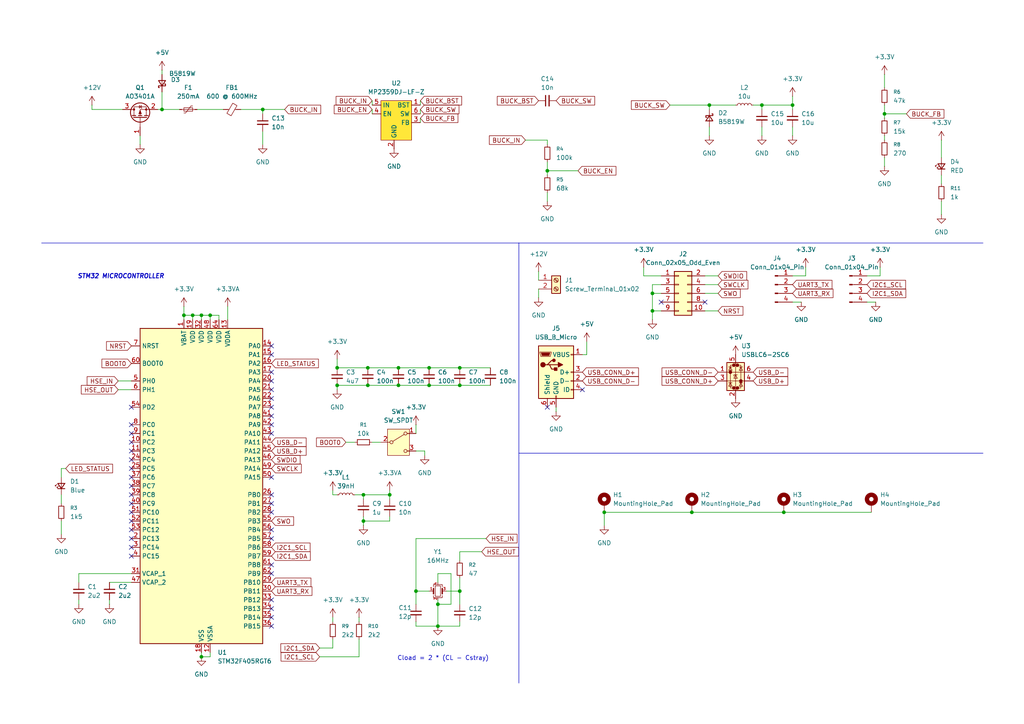
<source format=kicad_sch>
(kicad_sch (version 20250114) (generator "eeschema") (generator_version "9.0")
  (paper "A4")
  (title_block (title "STM32F4 TEST BOARD") (date "2025-08-29") (rev "v1.0"))
  (lib_symbols
    (symbol "Abrar_Lib:MP2359DJ-LF-Z"
      (property "Reference" "U" (at 0 0 0))
      (symbol "MP2359DJ-LF-Z_1_1"
        (pin input line (at -6.35 -2.54 0) (length 2.54) (name "IN") (number "5"))
        (pin input line (at -6.35 -5.08 0) (length 2.54) (name "EN") (number "4"))
        (pin input line (at 0 -15.24 90) (length 2.54) (name "GND") (number "2"))
        (pin input line (at 7.62 -2.54 180) (length 2.54) (name "BST") (number "1"))
        (pin input line (at 7.62 -5.08 180) (length 2.54) (name "SW") (number "6"))
        (pin input line (at 7.62 -7.62 180) (length 2.54) (name "FB") (number "3"))
      )
    )
    (symbol "Connector:Conn_01x04_Pin" (pin_names (offset 1.016) (hide yes))
      (property "Reference" "J" (at 0 5.08 0))
      (property "Value" "Conn_01x04_Pin" (at 0 -7.62 0))
      (symbol "Conn_01x04_Pin_1_1"
        (pin passive line (at 5.08 2.54 180) (length 3.81) (name "Pin_1") (number "1"))
        (pin passive line (at 5.08 0 180) (length 3.81) (name "Pin_2") (number "2"))
        (pin passive line (at 5.08 -2.54 180) (length 3.81) (name "Pin_3") (number "3"))
        (pin passive line (at 5.08 -5.08 180) (length 3.81) (name "Pin_4") (number "4"))
      )
    )
    (symbol "Connector:Screw_Terminal_01x02" (pin_names (offset 1.016) (hide yes))
      (property "Reference" "J" (at 0 2.54 0))
      (property "Value" "Screw_Terminal_01x02" (at 0 -5.08 0))
      (symbol "Screw_Terminal_01x02_1_1"
        (pin passive line (at -5.08 0 0) (length 3.81) (name "Pin_1") (number "1"))
        (pin passive line (at -5.08 -2.54 0) (length 3.81) (name "Pin_2") (number "2"))
      )
    )
    (symbol "Connector:USB_B_Micro" (pin_names (offset 1.016))
      (property "Reference" "J" (at -5.08 11.43 0))
      (property "Value" "USB_B_Micro" (at -5.08 8.89 0))
      (symbol "USB_B_Micro_1_1"
        (pin passive line (at -2.54 -10.16 90) (length 2.54) (name "Shield") (number "6"))
        (pin power_out line (at 0 -10.16 90) (length 2.54) (name "GND") (number "5"))
        (pin power_out line (at 7.62 5.08 180) (length 2.54) (name "VBUS") (number "1"))
        (pin bidirectional line (at 7.62 0 180) (length 2.54) (name "D+") (number "3"))
        (pin bidirectional line (at 7.62 -2.54 180) (length 2.54) (name "D-") (number "2"))
        (pin passive line (at 7.62 -5.08 180) (length 2.54) (name "ID") (number "4"))
      )
    )
    (symbol "Connector_Generic:Conn_02x05_Odd_Even" (pin_names (offset 1.016) (hide yes))
      (property "Reference" "J" (at 1.27 7.62 0))
      (property "Value" "Conn_02x05_Odd_Even" (at 1.27 -7.62 0))
      (symbol "Conn_02x05_Odd_Even_1_1"
        (pin passive line (at -5.08 5.08 0) (length 3.81) (name "Pin_1") (number "1"))
        (pin passive line (at -5.08 2.54 0) (length 3.81) (name "Pin_3") (number "3"))
        (pin passive line (at -5.08 0 0) (length 3.81) (name "Pin_5") (number "5"))
        (pin passive line (at -5.08 -2.54 0) (length 3.81) (name "Pin_7") (number "7"))
        (pin passive line (at -5.08 -5.08 0) (length 3.81) (name "Pin_9") (number "9"))
        (pin passive line (at 7.62 5.08 180) (length 3.81) (name "Pin_2") (number "2"))
        (pin passive line (at 7.62 2.54 180) (length 3.81) (name "Pin_4") (number "4"))
        (pin passive line (at 7.62 0 180) (length 3.81) (name "Pin_6") (number "6"))
        (pin passive line (at 7.62 -2.54 180) (length 3.81) (name "Pin_8") (number "8"))
        (pin passive line (at 7.62 -5.08 180) (length 3.81) (name "Pin_10") (number "10"))
      )
    )
    (symbol "Device:C_Small" (pin_numbers (hide yes)) (pin_names (offset 0.254) (hide yes))
      (property "Reference" "C" (at 0.254 1.778 0))
      (property "Value" "C_Small" (at 0.254 -2.032 0))
      (symbol "C_Small_1_1"
        (pin passive line (at 0 2.54 270) (length 2.032) (name "~") (number "1"))
        (pin passive line (at 0 -2.54 90) (length 2.032) (name "~") (number "2"))
      )
    )
    (symbol "Device:Crystal_GND24_Small" (pin_names (offset 1.016) (hide yes))
      (property "Reference" "Y" (at 1.27 4.445 0))
      (property "Value" "Crystal_GND24_Small" (at 1.27 2.54 0))
      (symbol "Crystal_GND24_Small_1_1"
        (pin passive line (at -2.54 0 0) (length 1.27) (name "1") (number "1"))
        (pin passive line (at 0 2.54 270) (length 0.635) (name "4") (number "4"))
        (pin passive line (at 0 -2.54 90) (length 0.635) (name "2") (number "2"))
        (pin passive line (at 2.54 0 180) (length 1.27) (name "3") (number "3"))
      )
    )
    (symbol "Device:D_Schottky_Small" (pin_numbers (hide yes)) (pin_names (offset 0.254) (hide yes))
      (property "Reference" "D" (at -1.27 2.032 0))
      (property "Value" "D_Schottky_Small" (at -7.112 -2.032 0))
      (symbol "D_Schottky_Small_1_1"
        (pin passive line (at -2.54 0 0) (length 1.778) (name "K") (number "1"))
        (pin passive line (at 2.54 0 180) (length 1.778) (name "A") (number "2"))
      )
    )
    (symbol "Device:FerriteBead_Small" (pin_numbers (hide yes)) (pin_names (offset 0))
      (property "Reference" "FB" (at 1.905 1.27 0))
      (property "Value" "FerriteBead_Small" (at 1.905 -1.27 0))
      (symbol "FerriteBead_Small_1_1"
        (pin passive line (at 0 2.54 270) (length 1.27) (name "~") (number "1"))
        (pin passive line (at 0 -2.54 90) (length 1.27) (name "~") (number "2"))
      )
    )
    (symbol "Device:LED_Small" (pin_numbers (hide yes)) (pin_names (offset 0.254) (hide yes))
      (property "Reference" "D" (at -1.27 3.175 0))
      (property "Value" "LED_Small" (at -4.445 -2.54 0))
      (symbol "LED_Small_1_1"
        (pin passive line (at -2.54 0 0) (length 1.778) (name "K") (number "1"))
        (pin passive line (at 2.54 0 180) (length 1.778) (name "A") (number "2"))
      )
    )
    (symbol "Device:L_Small" (pin_numbers (hide yes)) (pin_names (offset 0.254) (hide yes))
      (property "Reference" "L" (at 0.762 1.016 0))
      (property "Value" "L_Small" (at 0.762 -1.016 0))
      (symbol "L_Small_1_1"
        (pin passive line (at 0 2.54 270) (length 0.508) (name "~") (number "1"))
        (pin passive line (at 0 -2.54 90) (length 0.508) (name "~") (number "2"))
      )
    )
    (symbol "Device:Polyfuse_Small" (pin_numbers (hide yes)) (pin_names (offset 0))
      (property "Reference" "F" (at -1.905 0 90))
      (property "Value" "Polyfuse_Small" (at 1.905 0 90))
      (symbol "Polyfuse_Small_1_1"
        (pin passive line (at 0 2.54 270) (length 0.635) (name "~") (number "1"))
        (pin passive line (at 0 -2.54 90) (length 0.635) (name "~") (number "2"))
      )
    )
    (symbol "Device:R_Small" (pin_numbers (hide yes)) (pin_names (offset 0.254) (hide yes))
      (property "Reference" "R" (at 0 0 90))
      (property "Value" "R_Small" (at 1.778 0 90))
      (symbol "R_Small_1_1"
        (pin passive line (at 0 2.54 270) (length 0.762) (name "~") (number "1"))
        (pin passive line (at 0 -2.54 90) (length 0.762) (name "~") (number "2"))
      )
    )
    (symbol "MCU_ST_STM32F4:STM32F405RGTx"
      (property "Reference" "U" (at -17.78 46.99 0))
      (property "Value" "STM32F405RGTx" (at 10.16 46.99 0))
      (symbol "STM32F405RGTx_1_1"
        (pin input line (at -20.32 40.64 0) (length 2.54) (name "NRST") (number "7"))
        (pin input line (at -20.32 35.56 0) (length 2.54) (name "BOOT0") (number "60"))
        (pin bidirectional line (at -20.32 30.48 0) (length 2.54) (name "PH0") (number "5"))
        (pin bidirectional line (at -20.32 27.94 0) (length 2.54) (name "PH1") (number "6"))
        (pin bidirectional line (at -20.32 22.86 0) (length 2.54) (name "PD2") (number "54"))
        (pin bidirectional line (at -20.32 17.78 0) (length 2.54) (name "PC0") (number "8"))
        (pin bidirectional line (at -20.32 15.24 0) (length 2.54) (name "PC1") (number "9"))
        (pin bidirectional line (at -20.32 12.7 0) (length 2.54) (name "PC2") (number "10"))
        (pin bidirectional line (at -20.32 10.16 0) (length 2.54) (name "PC3") (number "11"))
        (pin bidirectional line (at -20.32 7.62 0) (length 2.54) (name "PC4") (number "24"))
        (pin bidirectional line (at -20.32 5.08 0) (length 2.54) (name "PC5") (number "25"))
        (pin bidirectional line (at -20.32 2.54 0) (length 2.54) (name "PC6") (number "37"))
        (pin bidirectional line (at -20.32 0 0) (length 2.54) (name "PC7") (number "38"))
        (pin bidirectional line (at -20.32 -2.54 0) (length 2.54) (name "PC8") (number "39"))
        (pin bidirectional line (at -20.32 -5.08 0) (length 2.54) (name "PC9") (number "40"))
        (pin bidirectional line (at -20.32 -7.62 0) (length 2.54) (name "PC10") (number "51"))
        (pin bidirectional line (at -20.32 -10.16 0) (length 2.54) (name "PC11") (number "52"))
        (pin bidirectional line (at -20.32 -12.7 0) (length 2.54) (name "PC12") (number "53"))
        (pin bidirectional line (at -20.32 -15.24 0) (length 2.54) (name "PC13") (number "2"))
        (pin bidirectional line (at -20.32 -17.78 0) (length 2.54) (name "PC14") (number "3"))
        (pin bidirectional line (at -20.32 -20.32 0) (length 2.54) (name "PC15") (number "4"))
        (pin power_out line (at -20.32 -25.4 0) (length 2.54) (name "VCAP_1") (number "31"))
        (pin power_out line (at -20.32 -27.94 0) (length 2.54) (name "VCAP_2") (number "47"))
        (pin power_in line (at -5.08 48.26 270) (length 2.54) (name "VBAT") (number "1"))
        (pin power_in line (at -2.54 48.26 270) (length 2.54) (name "VDD") (number "19"))
        (pin power_in line (at 0 48.26 270) (length 2.54) (name "VDD") (number "32"))
        (pin power_in line (at 0 -48.26 90) (length 2.54) (name "VSS") (number "18"))
        (pin passive line (at 0 -48.26 90) (length 2.54) (hide yes) (name "VSS") (number "63"))
        (pin power_in line (at 2.54 48.26 270) (length 2.54) (name "VDD") (number "48"))
        (pin power_in line (at 2.54 -48.26 90) (length 2.54) (name "VSSA") (number "12"))
        (pin power_in line (at 5.08 48.26 270) (length 2.54) (name "VDD") (number "64"))
        (pin power_in line (at 7.62 48.26 270) (length 2.54) (name "VDDA") (number "13"))
        (pin bidirectional line (at 20.32 40.64 180) (length 2.54) (name "PA0") (number "14"))
        (pin bidirectional line (at 20.32 38.1 180) (length 2.54) (name "PA1") (number "15"))
        (pin bidirectional line (at 20.32 35.56 180) (length 2.54) (name "PA2") (number "16"))
        (pin bidirectional line (at 20.32 33.02 180) (length 2.54) (name "PA3") (number "17"))
        (pin bidirectional line (at 20.32 30.48 180) (length 2.54) (name "PA4") (number "20"))
        (pin bidirectional line (at 20.32 27.94 180) (length 2.54) (name "PA5") (number "21"))
        (pin bidirectional line (at 20.32 25.4 180) (length 2.54) (name "PA6") (number "22"))
        (pin bidirectional line (at 20.32 22.86 180) (length 2.54) (name "PA7") (number "23"))
        (pin bidirectional line (at 20.32 20.32 180) (length 2.54) (name "PA8") (number "41"))
        (pin bidirectional line (at 20.32 17.78 180) (length 2.54) (name "PA9") (number "42"))
        (pin bidirectional line (at 20.32 15.24 180) (length 2.54) (name "PA10") (number "43"))
        (pin bidirectional line (at 20.32 12.7 180) (length 2.54) (name "PA11") (number "44"))
        (pin bidirectional line (at 20.32 10.16 180) (length 2.54) (name "PA12") (number "45"))
        (pin bidirectional line (at 20.32 7.62 180) (length 2.54) (name "PA13") (number "46"))
        (pin bidirectional line (at 20.32 5.08 180) (length 2.54) (name "PA14") (number "49"))
        (pin bidirectional line (at 20.32 2.54 180) (length 2.54) (name "PA15") (number "50"))
        (pin bidirectional line (at 20.32 -2.54 180) (length 2.54) (name "PB0") (number "26"))
        (pin bidirectional line (at 20.32 -5.08 180) (length 2.54) (name "PB1") (number "27"))
        (pin bidirectional line (at 20.32 -7.62 180) (length 2.54) (name "PB2") (number "28"))
        (pin bidirectional line (at 20.32 -10.16 180) (length 2.54) (name "PB3") (number "55"))
        (pin bidirectional line (at 20.32 -12.7 180) (length 2.54) (name "PB4") (number "56"))
        (pin bidirectional line (at 20.32 -15.24 180) (length 2.54) (name "PB5") (number "57"))
        (pin bidirectional line (at 20.32 -17.78 180) (length 2.54) (name "PB6") (number "58"))
        (pin bidirectional line (at 20.32 -20.32 180) (length 2.54) (name "PB7") (number "59"))
        (pin bidirectional line (at 20.32 -22.86 180) (length 2.54) (name "PB8") (number "61"))
        (pin bidirectional line (at 20.32 -25.4 180) (length 2.54) (name "PB9") (number "62"))
        (pin bidirectional line (at 20.32 -27.94 180) (length 2.54) (name "PB10") (number "29"))
        (pin bidirectional line (at 20.32 -30.48 180) (length 2.54) (name "PB11") (number "30"))
        (pin bidirectional line (at 20.32 -33.02 180) (length 2.54) (name "PB12") (number "33"))
        (pin bidirectional line (at 20.32 -35.56 180) (length 2.54) (name "PB13") (number "34"))
        (pin bidirectional line (at 20.32 -38.1 180) (length 2.54) (name "PB14") (number "35"))
        (pin bidirectional line (at 20.32 -40.64 180) (length 2.54) (name "PB15") (number "36"))
      )
    )
    (symbol "Mechanical:MountingHole_Pad" (pin_numbers (hide yes)) (pin_names (offset 1.016) (hide yes)) (in_bom no)
      (property "Reference" "H" (at 0 6.35 0))
      (property "Value" "MountingHole_Pad" (at 0 4.445 0))
      (symbol "MountingHole_Pad_1_1"
        (pin input line (at 0 -2.54 90) (length 2.54) (name "1") (number "1"))
      )
    )
    (symbol "Power_Protection:USBLC6-2SC6" (pin_names (hide yes))
      (property "Reference" "U" (at 0.635 5.715 0))
      (property "Value" "USBLC6-2SC6" (at 0.635 3.81 0))
      (symbol "USBLC6-2SC6_1_1"
        (pin passive line (at -5.08 0 0) (length 2.54) (name "I/O1") (number "1"))
        (pin passive line (at -5.08 -2.54 0) (length 2.54) (name "I/O2") (number "3"))
        (pin passive line (at 0 5.08 270) (length 2.54) (name "VBUS") (number "5"))
        (pin passive line (at 0 -7.62 90) (length 2.54) (name "GND") (number "2"))
        (pin passive line (at 5.08 0 180) (length 2.54) (name "I/O1") (number "6"))
        (pin passive line (at 5.08 -2.54 180) (length 2.54) (name "I/O2") (number "4"))
      )
    )
    (symbol "Switch:SW_SPDT" (pin_names (offset 0) (hide yes))
      (property "Reference" "SW" (at 0 5.08 0))
      (property "Value" "SW_SPDT" (at 0 -5.08 0))
      (symbol "SW_SPDT_1_1"
        (pin passive line (at -5.08 0 0) (length 2.54) (name "B") (number "2"))
        (pin passive line (at 5.08 2.54 180) (length 2.54) (name "A") (number "1"))
        (pin passive line (at 5.08 -2.54 180) (length 2.54) (name "C") (number "3"))
      )
    )
    (symbol "Transistor_FET:AO3401A" (pin_names (hide yes))
      (property "Reference" "Q" (at 5.08 1.905 0))
      (property "Value" "AO3401A" (at 5.08 0 0))
      (symbol "AO3401A_1_1"
        (pin input line (at -5.08 0 0) (length 2.54) (name "G") (number "1"))
        (pin passive line (at 2.54 5.08 270) (length 2.54) (name "D") (number "3"))
        (pin passive line (at 2.54 -5.08 90) (length 2.54) (name "S") (number "2"))
      )
    )
    (symbol "power:+12V" (power) (pin_numbers (hide yes)) (pin_names (offset 0) (hide yes))
      (property "Value" "+12V" (at 0 3.556 0))
      (symbol "+12V_1_1"
        (pin power_in line (at 0 0 90) (length 0) (name "~") (number "1"))
      )
    )
    (symbol "power:+3.3V" (power) (pin_numbers (hide yes)) (pin_names (offset 0) (hide yes))
      (property "Value" "+3.3V" (at 0 3.556 0))
      (symbol "+3.3V_1_1"
        (pin power_in line (at 0 0 90) (length 0) (name "~") (number "1"))
      )
    )
    (symbol "power:+3.3VA" (power) (pin_numbers (hide yes)) (pin_names (offset 0) (hide yes))
      (property "Value" "+3.3VA" (at 0 3.556 0))
      (symbol "+3.3VA_1_1"
        (pin power_in line (at 0 0 90) (length 0) (name "~") (number "1"))
      )
    )
    (symbol "power:+5V" (power) (pin_numbers (hide yes)) (pin_names (offset 0) (hide yes))
      (property "Value" "+5V" (at 0 3.556 0))
      (symbol "+5V_1_1"
        (pin power_in line (at 0 0 90) (length 0) (name "~") (number "1"))
      )
    )
    (symbol "power:GND" (power) (pin_numbers (hide yes)) (pin_names (offset 0) (hide yes))
      (property "Value" "GND" (at 0 -3.81 0))
      (symbol "GND_1_1"
        (pin power_in line (at 0 0 270) (length 0) (name "~") (number "1"))
      )
    )
  )
  (text "STM32 MICROCONTROLLER" (at 35.052 80.264 0) (effects (font (size 1.27 1.27) (thickness 0.254) (bold yes) (italic yes))))
  (text "Cload = 2 * (CL - Cstray)\n " (at 128.524 192.024 0) (effects (font (size 1.27 1.27))))
  (junction (at 205.74 30.48))
  (junction (at 60.96 91.44))
  (junction (at 55.88 91.44))
  (junction (at 53.34 91.44))
  (junction (at 124.46 106.68))
  (junction (at 106.68 111.76))
  (junction (at 115.57 111.76))
  (junction (at 113.03 143.51))
  (junction (at 227.33 148.59))
  (junction (at 127 175.26))
  (junction (at 97.79 111.76))
  (junction (at 46.99 31.75))
  (junction (at 127 181.61))
  (junction (at 58.42 91.44))
  (junction (at 220.98 30.48))
  (junction (at 256.54 33.02))
  (junction (at 124.46 111.76))
  (junction (at 97.79 106.68))
  (junction (at 175.26 148.59))
  (junction (at 189.23 90.17))
  (junction (at 106.68 106.68))
  (junction (at 229.87 30.48))
  (junction (at 76.2 31.75))
  (junction (at 105.41 151.13))
  (junction (at 133.35 106.68))
  (junction (at 133.35 171.45))
  (junction (at 105.41 143.51))
  (junction (at 120.65 171.45))
  (junction (at 189.23 85.09))
  (junction (at 133.35 111.76))
  (junction (at 58.42 190.5))
  (junction (at 115.57 106.68))
  (junction (at 200.66 148.59))
  (junction (at 158.75 49.53))
  (no_connect (at 78.74 102.87))
  (no_connect (at 38.1 161.29))
  (no_connect (at 78.74 123.19))
  (no_connect (at 38.1 151.13))
  (no_connect (at 78.74 173.99))
  (no_connect (at 38.1 140.97))
  (no_connect (at 78.74 146.05))
  (no_connect (at 78.74 125.73))
  (no_connect (at 78.74 166.37))
  (no_connect (at 78.74 107.95))
  (no_connect (at 78.74 138.43))
  (no_connect (at 38.1 153.67))
  (no_connect (at 204.47 87.63))
  (no_connect (at 38.1 148.59))
  (no_connect (at 78.74 156.21))
  (no_connect (at 78.74 153.67))
  (no_connect (at 38.1 125.73))
  (no_connect (at 78.74 120.65))
  (no_connect (at 78.74 143.51))
  (no_connect (at 78.74 179.07))
  (no_connect (at 38.1 143.51))
  (no_connect (at 38.1 146.05))
  (no_connect (at 78.74 100.33))
  (no_connect (at 38.1 138.43))
  (no_connect (at 38.1 118.11))
  (no_connect (at 168.91 113.03))
  (no_connect (at 38.1 158.75))
  (no_connect (at 38.1 130.81))
  (no_connect (at 38.1 123.19))
  (no_connect (at 78.74 118.11))
  (no_connect (at 38.1 133.35))
  (no_connect (at 38.1 135.89))
  (no_connect (at 191.77 87.63))
  (no_connect (at 78.74 163.83))
  (no_connect (at 38.1 128.27))
  (no_connect (at 38.1 156.21))
  (no_connect (at 78.74 176.53))
  (no_connect (at 78.74 115.57))
  (no_connect (at 158.75 118.11))
  (no_connect (at 78.74 181.61))
  (no_connect (at 78.74 110.49))
  (no_connect (at 78.74 113.03))
  (no_connect (at 78.74 148.59))
  (wire (pts (xy 17.78 146.05) (xy 17.78 143.51)))
  (wire (pts (xy 76.2 41.91) (xy 76.2 38.1)))
  (wire (pts (xy 69.85 31.75) (xy 76.2 31.75)))
  (wire (pts (xy 256.54 30.48) (xy 256.54 33.02)))
  (wire (pts (xy 124.46 111.76) (xy 115.57 111.76)))
  (wire (pts (xy 100.33 128.27) (xy 102.87 128.27)))
  (wire (pts (xy 256.54 48.26) (xy 256.54 45.72)))
  (wire (pts (xy 232.41 87.63) (xy 229.87 87.63)))
  (wire (pts (xy 113.03 142.24) (xy 113.03 143.51)))
  (wire (pts (xy 92.71 187.96) (xy 96.52 187.96)))
  (wire (pts (xy 208.28 90.17) (xy 204.47 90.17)))
  (wire (pts (xy 26.67 31.75) (xy 35.56 31.75)))
  (wire (pts (xy 273.05 62.23) (xy 273.05 58.42)))
  (wire (pts (xy 158.75 58.42) (xy 158.75 55.88)))
  (polyline (pts (xy 150.495 70.485) (xy 285.115 70.485)))
  (wire (pts (xy 191.77 90.17) (xy 189.23 90.17)))
  (wire (pts (xy 38.1 166.37) (xy 22.86 166.37)))
  (wire (pts (xy 161.29 119.38) (xy 161.29 118.11)))
  (wire (pts (xy 19.05 135.89) (xy 17.78 135.89)))
  (wire (pts (xy 255.27 77.47) (xy 255.27 80.01)))
  (wire (pts (xy 121.92 33.02) (xy 121.92 31.75)))
  (wire (pts (xy 66.04 88.9) (xy 66.04 92.71)))
  (wire (pts (xy 229.87 27.94) (xy 229.87 30.48)))
  (wire (pts (xy 158.75 46.99) (xy 158.75 49.53)))
  (wire (pts (xy 34.29 110.49) (xy 38.1 110.49)))
  (wire (pts (xy 273.05 40.64) (xy 273.05 45.72)))
  (wire (pts (xy 46.99 21.59) (xy 46.99 20.32)))
  (wire (pts (xy 96.52 187.96) (xy 96.52 185.42)))
  (wire (pts (xy 26.67 30.48) (xy 26.67 31.75)))
  (wire (pts (xy 64.77 31.75) (xy 57.15 31.75)))
  (wire (pts (xy 175.26 152.4) (xy 175.26 148.59)))
  (wire (pts (xy 102.87 143.51) (xy 105.41 143.51)))
  (wire (pts (xy 130.81 166.37) (xy 130.81 175.26)))
  (wire (pts (xy 120.65 125.73) (xy 120.65 123.19)))
  (wire (pts (xy 189.23 82.55) (xy 191.77 82.55)))
  (wire (pts (xy 97.79 113.03) (xy 97.79 111.76)))
  (wire (pts (xy 140.97 156.21) (xy 120.65 156.21)))
  (wire (pts (xy 104.14 190.5) (xy 104.14 185.42)))
  (wire (pts (xy 204.47 80.01) (xy 208.28 80.01)))
  (wire (pts (xy 92.71 190.5) (xy 104.14 190.5)))
  (wire (pts (xy 115.57 111.76) (xy 106.68 111.76)))
  (wire (pts (xy 17.78 154.94) (xy 17.78 151.13)))
  (wire (pts (xy 175.26 148.59) (xy 200.66 148.59)))
  (wire (pts (xy 262.89 33.02) (xy 256.54 33.02)))
  (wire (pts (xy 96.52 180.34) (xy 96.52 179.07)))
  (wire (pts (xy 200.66 148.59) (xy 227.33 148.59)))
  (wire (pts (xy 191.77 85.09) (xy 189.23 85.09)))
  (wire (pts (xy 170.18 102.87) (xy 168.91 102.87)))
  (wire (pts (xy 124.46 106.68) (xy 115.57 106.68)))
  (wire (pts (xy 63.5 92.71) (xy 63.5 91.44)))
  (wire (pts (xy 186.69 80.01) (xy 186.69 77.47)))
  (wire (pts (xy 22.86 166.37) (xy 22.86 168.91)))
  (wire (pts (xy 105.41 151.13) (xy 105.41 149.86)))
  (wire (pts (xy 120.65 180.34) (xy 120.65 181.61)))
  (wire (pts (xy 38.1 168.91) (xy 31.75 168.91)))
  (wire (pts (xy 229.87 31.75) (xy 229.87 30.48)))
  (wire (pts (xy 208.28 82.55) (xy 204.47 82.55)))
  (wire (pts (xy 120.65 171.45) (xy 124.46 171.45)))
  (wire (pts (xy 17.78 135.89) (xy 17.78 138.43)))
  (wire (pts (xy 55.88 92.71) (xy 55.88 91.44)))
  (wire (pts (xy 156.21 86.36) (xy 156.21 83.82)))
  (wire (pts (xy 58.42 91.44) (xy 55.88 91.44)))
  (wire (pts (xy 76.2 33.02) (xy 76.2 31.75)))
  (wire (pts (xy 115.57 106.68) (xy 106.68 106.68)))
  (wire (pts (xy 227.33 148.59) (xy 252.73 148.59)))
  (wire (pts (xy 120.65 156.21) (xy 120.65 171.45)))
  (wire (pts (xy 123.19 130.81) (xy 123.19 132.08)))
  (wire (pts (xy 133.35 171.45) (xy 133.35 175.26)))
  (wire (pts (xy 205.74 30.48) (xy 205.74 31.75)))
  (wire (pts (xy 113.03 149.86) (xy 113.03 151.13)))
  (wire (pts (xy 256.54 33.02) (xy 256.54 34.29)))
  (wire (pts (xy 233.68 80.01) (xy 229.87 80.01)))
  (wire (pts (xy 46.99 31.75) (xy 46.99 26.67)))
  (wire (pts (xy 107.95 33.02) (xy 107.95 31.75)))
  (wire (pts (xy 133.35 111.76) (xy 124.46 111.76)))
  (wire (pts (xy 158.75 41.91) (xy 158.75 40.64)))
  (wire (pts (xy 273.05 53.34) (xy 273.05 50.8)))
  (wire (pts (xy 189.23 90.17) (xy 189.23 85.09)))
  (wire (pts (xy 194.31 30.48) (xy 205.74 30.48)))
  (wire (pts (xy 76.2 31.75) (xy 82.55 31.75)))
  (wire (pts (xy 191.77 80.01) (xy 186.69 80.01)))
  (wire (pts (xy 229.87 30.48) (xy 220.98 30.48)))
  (wire (pts (xy 121.92 30.48) (xy 121.92 29.21)))
  (wire (pts (xy 156.21 81.28) (xy 156.21 78.74)))
  (wire (pts (xy 133.35 106.68) (xy 124.46 106.68)))
  (wire (pts (xy 46.99 31.75) (xy 45.72 31.75)))
  (wire (pts (xy 60.96 91.44) (xy 58.42 91.44)))
  (wire (pts (xy 129.54 171.45) (xy 133.35 171.45)))
  (wire (pts (xy 104.14 180.34) (xy 104.14 179.07)))
  (wire (pts (xy 121.92 35.56) (xy 121.92 34.29)))
  (wire (pts (xy 53.34 92.71) (xy 53.34 91.44)))
  (wire (pts (xy 107.95 128.27) (xy 110.49 128.27)))
  (wire (pts (xy 113.03 144.78) (xy 113.03 143.51)))
  (wire (pts (xy 60.96 190.5) (xy 58.42 190.5)))
  (wire (pts (xy 189.23 85.09) (xy 189.23 82.55)))
  (wire (pts (xy 105.41 144.78) (xy 105.41 143.51)))
  (wire (pts (xy 220.98 39.37) (xy 220.98 36.83)))
  (wire (pts (xy 256.54 40.64) (xy 256.54 39.37)))
  (wire (pts (xy 133.35 162.56) (xy 133.35 160.02)))
  (wire (pts (xy 63.5 91.44) (xy 60.96 91.44)))
  (wire (pts (xy 52.07 31.75) (xy 46.99 31.75)))
  (wire (pts (xy 40.64 41.91) (xy 40.64 39.37)))
  (wire (pts (xy 105.41 152.4) (xy 105.41 151.13)))
  (wire (pts (xy 170.18 99.06) (xy 170.18 102.87)))
  (wire (pts (xy 96.52 142.24) (xy 96.52 143.51)))
  (wire (pts (xy 113.03 151.13) (xy 105.41 151.13)))
  (wire (pts (xy 133.35 160.02) (xy 139.7 160.02)))
  (wire (pts (xy 133.35 167.64) (xy 133.35 171.45)))
  (wire (pts (xy 189.23 92.71) (xy 189.23 90.17)))
  (wire (pts (xy 53.34 88.9) (xy 53.34 91.44)))
  (wire (pts (xy 127 166.37) (xy 130.81 166.37)))
  (wire (pts (xy 213.36 30.48) (xy 205.74 30.48)))
  (wire (pts (xy 120.65 130.81) (xy 123.19 130.81)))
  (wire (pts (xy 127 168.91) (xy 127 166.37)))
  (wire (pts (xy 34.29 113.03) (xy 38.1 113.03)))
  (polyline (pts (xy 150.495 70.485) (xy 150.495 198.12)))
  (polyline (pts (xy 150.495 131.445) (xy 285.115 131.445)))
  (wire (pts (xy 220.98 31.75) (xy 220.98 30.48)))
  (wire (pts (xy 255.27 80.01) (xy 251.46 80.01)))
  (wire (pts (xy 55.88 91.44) (xy 53.34 91.44)))
  (wire (pts (xy 22.86 175.26) (xy 22.86 173.99)))
  (wire (pts (xy 97.79 104.14) (xy 97.79 106.68)))
  (wire (pts (xy 205.74 39.37) (xy 205.74 36.83)))
  (wire (pts (xy 158.75 49.53) (xy 158.75 50.8)))
  (wire (pts (xy 229.87 39.37) (xy 229.87 36.83)))
  (wire (pts (xy 142.24 106.68) (xy 133.35 106.68)))
  (wire (pts (xy 142.24 111.76) (xy 133.35 111.76)))
  (wire (pts (xy 106.68 106.68) (xy 97.79 106.68)))
  (wire (pts (xy 60.96 189.23) (xy 60.96 190.5)))
  (wire (pts (xy 120.65 181.61) (xy 127 181.61)))
  (wire (pts (xy 167.64 49.53) (xy 158.75 49.53)))
  (wire (pts (xy 158.75 40.64) (xy 152.4 40.64)))
  (wire (pts (xy 106.68 111.76) (xy 97.79 111.76)))
  (wire (pts (xy 133.35 180.34) (xy 133.35 181.61)))
  (wire (pts (xy 254 87.63) (xy 251.46 87.63)))
  (wire (pts (xy 120.65 175.26) (xy 120.65 171.45)))
  (wire (pts (xy 127 173.99) (xy 127 175.26)))
  (wire (pts (xy 127 181.61) (xy 133.35 181.61)))
  (wire (pts (xy 58.42 92.71) (xy 58.42 91.44)))
  (wire (pts (xy 107.95 30.48) (xy 107.95 29.21)))
  (wire (pts (xy 58.42 190.5) (xy 58.42 189.23)))
  (wire (pts (xy 113.03 143.51) (xy 105.41 143.51)))
  (wire (pts (xy 127 175.26) (xy 127 181.61)))
  (wire (pts (xy 130.81 175.26) (xy 127 175.26)))
  (wire (pts (xy 96.52 143.51) (xy 97.79 143.51)))
  (wire (pts (xy 31.75 175.26) (xy 31.75 173.99)))
  (wire (pts (xy 60.96 92.71) (xy 60.96 91.44)))
  (wire (pts (xy 233.68 77.47) (xy 233.68 80.01)))
  (wire (pts (xy 208.28 85.09) (xy 204.47 85.09)))
  (wire (pts (xy 220.98 30.48) (xy 218.44 30.48)))
  (polyline (pts (xy 12.065 70.485) (xy 150.495 70.485)))
  (wire (pts (xy 256.54 25.4) (xy 256.54 21.59)))
  (global_label "USB_CONN_D-" (shape input) (at 168.91 110.49 0) (property "Intersheetrefs" "${INTERSHEET_REFS}" (effects (hide yes))))
  (global_label "BUCK_EN" (shape input) (at 107.95 31.75 180) (property "Intersheetrefs" "${INTERSHEET_REFS}" (effects (hide yes))))
  (global_label "I2C1_SDA" (shape input) (at 251.46 85.09 0) (property "Intersheetrefs" "${INTERSHEET_REFS}" (effects (hide yes))))
  (global_label "USB_CONN_D+" (shape input) (at 168.91 107.95 0) (property "Intersheetrefs" "${INTERSHEET_REFS}" (effects (hide yes))))
  (global_label "NRST" (shape input) (at 38.1 100.33 180) (property "Intersheetrefs" "${INTERSHEET_REFS}" (effects (hide yes))))
  (global_label "BUCK_IN" (shape input) (at 107.95 29.21 180) (property "Intersheetrefs" "${INTERSHEET_REFS}" (effects (hide yes))))
  (global_label "USB_CONN_D+" (shape input) (at 208.28 110.49 180) (property "Intersheetrefs" "${INTERSHEET_REFS}" (effects (hide yes))))
  (global_label "BUCK_FB" (shape input) (at 262.89 33.02 0) (property "Intersheetrefs" "${INTERSHEET_REFS}" (effects (hide yes))))
  (global_label "I2C1_SCL" (shape input) (at 251.46 82.55 0) (property "Intersheetrefs" "${INTERSHEET_REFS}" (effects (hide yes))))
  (global_label "HSE_OUT" (shape input) (at 139.7 160.02 0) (property "Intersheetrefs" "${INTERSHEET_REFS}" (effects (hide yes))))
  (global_label "USB_D-" (shape input) (at 218.44 107.95 0) (property "Intersheetrefs" "${INTERSHEET_REFS}" (effects (hide yes))))
  (global_label "USB_D+" (shape input) (at 218.44 110.49 0) (property "Intersheetrefs" "${INTERSHEET_REFS}" (effects (hide yes))))
  (global_label "SWDIO" (shape input) (at 78.74 133.35 0) (property "Intersheetrefs" "${INTERSHEET_REFS}" (effects (hide yes))))
  (global_label "UART3_RX" (shape input) (at 229.87 85.09 0) (property "Intersheetrefs" "${INTERSHEET_REFS}" (effects (hide yes))))
  (global_label "I2C1_SCL" (shape input) (at 92.71 190.5 180) (property "Intersheetrefs" "${INTERSHEET_REFS}" (effects (hide yes))))
  (global_label "UART3_TX" (shape input) (at 78.74 168.91 0) (property "Intersheetrefs" "${INTERSHEET_REFS}" (effects (hide yes))))
  (global_label "UART3_RX" (shape input) (at 78.74 171.45 0) (property "Intersheetrefs" "${INTERSHEET_REFS}" (effects (hide yes))))
  (global_label "HSE_IN" (shape input) (at 34.29 110.49 180) (property "Intersheetrefs" "${INTERSHEET_REFS}" (effects (hide yes))))
  (global_label "BUCK_SW" (shape input) (at 194.31 30.48 180) (property "Intersheetrefs" "${INTERSHEET_REFS}" (effects (hide yes))))
  (global_label "BOOT0" (shape input) (at 100.33 128.27 180) (property "Intersheetrefs" "${INTERSHEET_REFS}" (effects (hide yes))))
  (global_label "BUCK_EN" (shape input) (at 167.64 49.53 0) (property "Intersheetrefs" "${INTERSHEET_REFS}" (effects (hide yes))))
  (global_label "I2C1_SCL" (shape input) (at 78.74 158.75 0) (property "Intersheetrefs" "${INTERSHEET_REFS}" (effects (hide yes))))
  (global_label "BUCK_BST" (shape input) (at 156.21 29.21 180) (property "Intersheetrefs" "${INTERSHEET_REFS}" (effects (hide yes))))
  (global_label "I2C1_SDA" (shape input) (at 78.74 161.29 0) (property "Intersheetrefs" "${INTERSHEET_REFS}" (effects (hide yes))))
  (global_label "SWCLK" (shape input) (at 208.28 82.55 0) (property "Intersheetrefs" "${INTERSHEET_REFS}" (effects (hide yes))))
  (global_label "SWO" (shape input) (at 208.28 85.09 0) (property "Intersheetrefs" "${INTERSHEET_REFS}" (effects (hide yes))))
  (global_label "UART3_TX" (shape input) (at 229.87 82.55 0) (property "Intersheetrefs" "${INTERSHEET_REFS}" (effects (hide yes))))
  (global_label "LED_STATUS" (shape input) (at 78.74 105.41 0) (property "Intersheetrefs" "${INTERSHEET_REFS}" (effects (hide yes))))
  (global_label "BUCK_FB" (shape input) (at 121.92 34.29 0) (property "Intersheetrefs" "${INTERSHEET_REFS}" (effects (hide yes))))
  (global_label "USB_D+" (shape input) (at 78.74 130.81 0) (property "Intersheetrefs" "${INTERSHEET_REFS}" (effects (hide yes))))
  (global_label "SWO" (shape input) (at 78.74 151.13 0) (property "Intersheetrefs" "${INTERSHEET_REFS}" (effects (hide yes))))
  (global_label "USB_CONN_D-" (shape input) (at 208.28 107.95 180) (property "Intersheetrefs" "${INTERSHEET_REFS}" (effects (hide yes))))
  (global_label "BUCK_SW" (shape input) (at 161.29 29.21 0) (property "Intersheetrefs" "${INTERSHEET_REFS}" (effects (hide yes))))
  (global_label "SWDIO" (shape input) (at 208.28 80.01 0) (property "Intersheetrefs" "${INTERSHEET_REFS}" (effects (hide yes))))
  (global_label "BUCK_BST" (shape input) (at 121.92 29.21 0) (property "Intersheetrefs" "${INTERSHEET_REFS}" (effects (hide yes))))
  (global_label "BUCK_SW" (shape input) (at 121.92 31.75 0) (property "Intersheetrefs" "${INTERSHEET_REFS}" (effects (hide yes))))
  (global_label "BOOT0" (shape input) (at 38.1 105.41 180) (property "Intersheetrefs" "${INTERSHEET_REFS}" (effects (hide yes))))
  (global_label "HSE_IN" (shape input) (at 140.97 156.21 0) (property "Intersheetrefs" "${INTERSHEET_REFS}" (effects (hide yes))))
  (global_label "I2C1_SDA" (shape input) (at 92.71 187.96 180) (property "Intersheetrefs" "${INTERSHEET_REFS}" (effects (hide yes))))
  (global_label "SWCLK" (shape input) (at 78.74 135.89 0) (property "Intersheetrefs" "${INTERSHEET_REFS}" (effects (hide yes))))
  (global_label "BUCK_IN" (shape input) (at 152.4 40.64 180) (property "Intersheetrefs" "${INTERSHEET_REFS}" (effects (hide yes))))
  (global_label "HSE_OUT" (shape input) (at 34.29 113.03 180) (property "Intersheetrefs" "${INTERSHEET_REFS}" (effects (hide yes))))
  (global_label "NRST" (shape input) (at 208.28 90.17 0) (property "Intersheetrefs" "${INTERSHEET_REFS}" (effects (hide yes))))
  (global_label "LED_STATUS" (shape input) (at 19.05 135.89 0) (property "Intersheetrefs" "${INTERSHEET_REFS}" (effects (hide yes))))
  (global_label "USB_D-" (shape input) (at 78.74 128.27 0) (property "Intersheetrefs" "${INTERSHEET_REFS}" (effects (hide yes))))
  (global_label "BUCK_IN" (shape input) (at 82.55 31.75 0) (property "Intersheetrefs" "${INTERSHEET_REFS}" (effects (hide yes))))
  (symbol (lib_id "Device:R_Small") (at 96.52 182.88 0) (unit 1)
    (property "Reference" "R9" (at 99.06 181.6099 0) (effects (font (size 1.016 1.016)) (justify left)))
    (property "Value" "2k2" (at 99.06 184.1499 0) (effects (justify left)))
    (property "Footprint" "Resistor_SMD:R_0402_1005Metric" (effects (hide yes)))
    (property "Description" "Resistor, small symbol" (effects (hide yes)))
  )
  (symbol (lib_id "Device:C_Small") (at 133.35 177.8 0) (unit 1)
    (property "Reference" "C12" (at 135.89 176.5362 0) (effects (justify left)))
    (property "Value" "12p" (at 135.89 179.0762 0) (effects (justify left)))
    (property "Footprint" "Capacitor_SMD:C_0402_1005Metric" (effects (hide yes)))
    (property "Description" "Unpolarized capacitor, small symbol" (effects (hide yes)))
  )
  (symbol (lib_id "Device:C_Small") (at 133.35 109.22 0) (unit 1)
    (property "Reference" "C7" (at 135.89 107.9562 0) (effects (justify left)))
    (property "Value" "100n" (at 135.89 110.4962 0) (effects (justify left)))
    (property "Footprint" "Capacitor_SMD:C_0402_1005Metric" (effects (hide yes)))
    (property "Description" "Unpolarized capacitor, small symbol" (effects (hide yes)))
  )
  (symbol (lib_id "Device:C_Small") (at 106.68 109.22 0) (unit 1)
    (property "Reference" "C4" (at 109.22 107.9562 0) (effects (justify left)))
    (property "Value" "100n" (at 109.22 110.4962 0) (effects (justify left)))
    (property "Footprint" "Capacitor_SMD:C_0402_1005Metric" (effects (hide yes)))
    (property "Description" "Unpolarized capacitor, small symbol" (effects (hide yes)))
  )
  (symbol (lib_id "Device:R_Small") (at 133.35 165.1 0) (unit 1)
    (property "Reference" "R2" (at 135.89 163.8299 0) (effects (font (size 1.016 1.016)) (justify left)))
    (property "Value" "47" (at 135.89 166.3699 0) (effects (justify left)))
    (property "Footprint" "Resistor_SMD:R_0402_1005Metric" (effects (hide yes)))
    (property "Description" "Resistor, small symbol" (effects (hide yes)))
  )
  (symbol (lib_id "Device:LED_Small") (at 273.05 48.26 90) (unit 1)
    (property "Reference" "D4" (at 275.59 46.9264 90) (effects (justify right)))
    (property "Value" "RED" (at 275.59 49.4664 90) (effects (justify right)))
    (property "Footprint" "LED_SMD:LED_0603_1608Metric" (effects (hide yes)))
    (property "Description" "Light emitting diode, small symbol" (effects (hide yes)))
    (property "Sim.Pin" "1=K 2=A" (effects (hide yes)))
  )
  (symbol (lib_id "Device:C_Small") (at 31.75 171.45 0) (unit 1)
    (property "Reference" "C2" (at 34.29 170.1862 0) (effects (justify left)))
    (property "Value" "2u2" (at 34.29 172.7262 0) (effects (justify left)))
    (property "Footprint" "Capacitor_SMD:C_0603_1608Metric" (effects (hide yes)))
    (property "Description" "Unpolarized capacitor, small symbol" (effects (hide yes)))
  )
  (symbol (lib_id "Device:R_Small") (at 256.54 43.18 0) (unit 1)
    (property "Reference" "R8" (at 259.08 41.9099 0) (effects (font (size 1.016 1.016)) (justify left)))
    (property "Value" "270" (at 259.08 44.4499 0) (effects (justify left)))
    (property "Footprint" "Resistor_SMD:R_0402_1005Metric" (effects (hide yes)))
    (property "Description" "Resistor, small symbol" (effects (hide yes)))
  )
  (symbol (lib_id "Device:C_Small") (at 124.46 109.22 0) (unit 1)
    (property "Reference" "C6" (at 127 107.9562 0) (effects (justify left)))
    (property "Value" "100n" (at 127 110.4962 0) (effects (justify left)))
    (property "Footprint" "Capacitor_SMD:C_0402_1005Metric" (effects (hide yes)))
    (property "Description" "Unpolarized capacitor, small symbol" (effects (hide yes)))
  )
  (symbol (lib_id "Device:D_Schottky_Small") (at 46.99 24.13 90) (unit 1)
    (property "Reference" "D3" (at 49.53 23.1139 90) (effects (justify right)))
    (property "Value" "B5819W" (at 49.022 21.336 90) (effects (justify right)))
    (property "Footprint" "Diode_SMD:D_SOD-123" (effects (hide yes)))
    (property "Description" "Schottky diode, small symbol" (effects (hide yes)))
  )
  (symbol (lib_id "Device:R_Small") (at 158.75 44.45 0) (unit 1)
    (property "Reference" "R4" (at 161.29 43.1799 0) (effects (font (size 1.016 1.016)) (justify left)))
    (property "Value" "100k" (at 161.29 45.7199 0) (effects (justify left)))
    (property "Footprint" "Resistor_SMD:R_0402_1005Metric" (effects (hide yes)))
    (property "Description" "Resistor, small symbol" (effects (hide yes)))
  )
  (symbol (lib_id "Mechanical:MountingHole_Pad") (at 227.33 146.05 0) (unit 1) (in_bom no)
    (property "Reference" "H3" (at 229.87 143.5099 0) (effects (justify left)))
    (property "Value" "MountingHole_Pad" (at 229.87 146.0499 0) (effects (justify left)))
    (property "Footprint" "MountingHole:MountingHole_4.3mm_M4_Pad_Via" (effects (hide yes)))
    (property "Description" "Mounting Hole with connection" (effects (hide yes)))
  )
  (symbol (lib_id "Device:C_Small") (at 220.98 34.29 0) (unit 1)
    (property "Reference" "C15" (at 223.52 33.0262 0) (effects (justify left)))
    (property "Value" "10u" (at 223.52 35.5662 0) (effects (justify left)))
    (property "Footprint" "Capacitor_SMD:C_1206_3216Metric" (effects (hide yes)))
    (property "Description" "Unpolarized capacitor, small symbol" (effects (hide yes)))
  )
  (symbol (lib_id "Device:Polyfuse_Small") (at 54.61 31.75 90) (unit 1)
    (property "Reference" "F1" (at 54.61 25.4 90))
    (property "Value" "250mA" (at 54.61 27.94 90))
    (property "Footprint" "Fuse:Fuse_1206_3216Metric" (effects (hide yes)))
    (property "Description" "Resettable fuse, polymeric positive temperature coefficient, small symbol" (effects (hide yes)))
  )
  (symbol (lib_id "Device:C_Small") (at 97.79 109.22 0) (unit 1)
    (property "Reference" "C3" (at 100.33 107.9562 0) (effects (justify left)))
    (property "Value" "4u7" (at 100.33 110.4962 0) (effects (justify left)))
    (property "Footprint" "Capacitor_SMD:C_0603_1608Metric" (effects (hide yes)))
    (property "Description" "Unpolarized capacitor, small symbol" (effects (hide yes)))
  )
  (symbol (lib_id "power:+3.3VA") (at 66.04 88.9 0) (unit 1)
    (property "Reference" "#PWR03" (effects (hide yes)))
    (property "Value" "+3.3VA" (at 66.04 83.82 0))
    (property "Description" "Power symbol creates a global label with name \"+3.3VA\"" (effects (hide yes)))
  )
  (symbol (lib_id "power:+3.3V") (at 96.52 142.24 0) (unit 1)
    (property "Reference" "#PWR010" (effects (hide yes)))
    (property "Value" "+3.3V" (at 96.52 137.16 0))
    (property "Description" "Power symbol creates a global label with name \"+3.3V\"" (effects (hide yes)))
  )
  (symbol (lib_id "power:+12V") (at 156.21 78.74 0) (unit 1)
    (property "Reference" "#PWR027" (effects (hide yes)))
    (property "Value" "+12V" (at 156.21 73.66 0))
    (property "Description" "Power symbol creates a global label with name \"+12V\"" (effects (hide yes)))
  )
  (symbol (lib_id "power:+3.3V") (at 186.69 77.47 0) (unit 1)
    (property "Reference" "#PWR029" (effects (hide yes)))
    (property "Value" "+3.3V" (at 186.69 72.39 0))
    (property "Description" "Power symbol creates a global label with name \"+3.3V\"" (effects (hide yes)))
  )
  (symbol (lib_id "power:GND") (at 220.98 39.37 0) (unit 1)
    (property "Reference" "#PWR021" (effects (hide yes)))
    (property "Value" "GND" (at 220.98 44.45 0))
    (property "Description" "Power symbol creates a global label with name \"GND\" , ground" (effects (hide yes)))
  )
  (symbol (lib_id "power:GND") (at 232.41 87.63 0) (unit 1)
    (property "Reference" "#PWR034" (effects (hide yes)))
    (property "Value" "GND" (at 232.41 92.71 0))
    (property "Description" "Power symbol creates a global label with name \"GND\" , ground" (effects (hide yes)))
  )
  (symbol (lib_id "Transistor_FET:AO3401A") (at 40.64 34.29 90) (unit 1)
    (property "Reference" "Q1" (at 40.64 25.4 90))
    (property "Value" "AO3401A" (at 40.64 27.94 90))
    (property "Footprint" "Package_TO_SOT_SMD:SOT-23" (effects (hide yes)))
    (property "Datasheet" "http://www.aosmd.com/pdfs/datasheet/AO3401A.pdf" (effects (hide yes)))
    (property "Description" "-4.0A Id, -30V Vds, P-Channel MOSFET, SOT-23" (effects (hide yes)))
  )
  (symbol (lib_id "Device:C_Small") (at 158.75 29.21 90) (unit 1)
    (property "Reference" "C14" (at 158.7563 22.86 90))
    (property "Value" "10n" (at 158.7563 25.4 90))
    (property "Footprint" "Capacitor_SMD:C_0603_1608Metric" (effects (hide yes)))
    (property "Description" "Unpolarized capacitor, small symbol" (effects (hide yes)))
  )
  (symbol (lib_id "Device:L_Small") (at 215.9 30.48 90) (unit 1)
    (property "Reference" "L2" (at 215.9 25.4 90))
    (property "Value" "10u" (at 215.9 27.94 90))
    (property "Footprint" "Inductor_SMD:L_Sunlord_SWPA8040S" (effects (hide yes)))
    (property "Description" "Inductor, small symbol" (effects (hide yes)))
  )
  (symbol (lib_id "power:GND") (at 40.64 41.91 0) (unit 1)
    (property "Reference" "#PWR017" (effects (hide yes)))
    (property "Value" "GND" (at 40.64 46.99 0))
    (property "Description" "Power symbol creates a global label with name \"GND\" , ground" (effects (hide yes)))
  )
  (symbol (lib_id "Mechanical:MountingHole_Pad") (at 252.73 146.05 0) (unit 1) (in_bom no)
    (property "Reference" "H4" (at 255.27 143.5099 0) (effects (justify left)))
    (property "Value" "MountingHole_Pad" (at 255.27 146.0499 0) (effects (justify left)))
    (property "Footprint" "MountingHole:MountingHole_4.3mm_M4_Pad_Via" (effects (hide yes)))
    (property "Description" "Mounting Hole with connection" (effects (hide yes)))
  )
  (symbol (lib_id "Device:R_Small") (at 17.78 148.59 180) (unit 1)
    (property "Reference" "R3" (at 20.32 147.3199 0) (effects (font (size 1.016 1.016)) (justify right)))
    (property "Value" "1k5" (at 20.32 149.8599 0) (effects (justify right)))
    (property "Footprint" "Resistor_SMD:R_0603_1608Metric" (effects (hide yes)))
    (property "Description" "Resistor, small symbol" (effects (hide yes)))
  )
  (symbol (lib_id "power:GND") (at 175.26 152.4 0) (unit 1)
    (property "Reference" "#PWR043" (effects (hide yes)))
    (property "Value" "GND" (at 175.26 157.48 0))
    (property "Description" "Power symbol creates a global label with name \"GND\" , ground" (effects (hide yes)))
  )
  (symbol (lib_id "power:GND") (at 127 181.61 0) (unit 1)
    (property "Reference" "#PWR013" (effects (hide yes)))
    (property "Value" "GND" (at 127 186.69 0))
    (property "Description" "Power symbol creates a global label with name \"GND\" , ground" (effects (hide yes)))
  )
  (symbol (lib_id "power:+3.3V") (at 256.54 21.59 0) (unit 1)
    (property "Reference" "#PWR025" (effects (hide yes)))
    (property "Value" "+3.3V" (at 256.54 16.51 0))
    (property "Description" "Power symbol creates a global label with name \"+3.3V\"" (effects (hide yes)))
  )
  (symbol (lib_id "power:GND") (at 254 87.63 0) (unit 1)
    (property "Reference" "#PWR033" (effects (hide yes)))
    (property "Value" "GND" (at 254 92.71 0))
    (property "Description" "Power symbol creates a global label with name \"GND\" , ground" (effects (hide yes)))
  )
  (symbol (lib_id "power:GND") (at 123.19 132.08 0) (unit 1)
    (property "Reference" "#PWR06" (effects (hide yes)))
    (property "Value" "GND" (at 123.19 137.16 0))
    (property "Description" "Power symbol creates a global label with name \"GND\" , ground" (effects (hide yes)))
  )
  (symbol (lib_id "Device:R_Small") (at 256.54 36.83 0) (unit 1)
    (property "Reference" "R7" (at 259.08 35.5599 0) (effects (font (size 1.016 1.016)) (justify left)))
    (property "Value" "15k" (at 259.08 38.0999 0) (effects (justify left)))
    (property "Footprint" "Resistor_SMD:R_0603_1608Metric" (effects (hide yes)))
    (property "Description" "Resistor, small symbol" (effects (hide yes)))
  )
  (symbol (lib_id "Device:C_Small") (at 120.65 177.8 0) (unit 1)
    (property "Reference" "C11" (at 115.57 176.276 0) (effects (justify left)))
    (property "Value" "12p" (at 115.57 178.816 0) (effects (justify left)))
    (property "Footprint" "Capacitor_SMD:C_0402_1005Metric" (effects (hide yes)))
    (property "Description" "Unpolarized capacitor, small symbol" (effects (hide yes)))
  )
  (symbol (lib_id "Connector_Generic:Conn_02x05_Odd_Even") (at 196.85 85.09 0) (unit 1)
    (property "Reference" "J2" (at 198.12 73.66 0))
    (property "Value" "Conn_02x05_Odd_Even" (at 198.12 76.2 0))
    (property "Footprint" "Connector_PinSocket_1.27mm:PinSocket_2x05_P1.27mm_Vertical_SMD" (effects (hide yes)))
    (property "Description" "Generic connector, double row, 02x05, odd/even pin numbering scheme (row 1 odd numbers, row 2 even numbers), script generated (kicad-library-utils/schlib/autogen/connector/)" (effects (hide yes)))
  )
  (symbol (lib_id "power:+3.3V") (at 104.14 179.07 0) (unit 1)
    (property "Reference" "#PWR031" (effects (hide yes)))
    (property "Value" "+3.3V" (at 104.14 173.99 0))
    (property "Description" "Power symbol creates a global label with name \"+3.3V\"" (effects (hide yes)))
  )
  (symbol (lib_id "power:GND") (at 76.2 41.91 0) (unit 1)
    (property "Reference" "#PWR018" (effects (hide yes)))
    (property "Value" "GND" (at 76.2 46.99 0))
    (property "Description" "Power symbol creates a global label with name \"GND\" , ground" (effects (hide yes)))
  )
  (symbol (lib_id "power:+3.3V") (at 233.68 77.47 0) (unit 1)
    (property "Reference" "#PWR035" (effects (hide yes)))
    (property "Value" "+3.3V" (at 233.68 72.39 0))
    (property "Description" "Power symbol creates a global label with name \"+3.3V\"" (effects (hide yes)))
  )
  (symbol (lib_id "power:+3.3V") (at 229.87 27.94 0) (unit 1)
    (property "Reference" "#PWR023" (effects (hide yes)))
    (property "Value" "+3.3V" (at 229.87 22.86 0))
    (property "Description" "Power symbol creates a global label with name \"+3.3V\"" (effects (hide yes)))
  )
  (symbol (lib_id "MCU_ST_STM32F4:STM32F405RGTx") (at 58.42 140.97 0) (unit 1)
    (property "Reference" "U1" (at 63.1033 189.23 0) (effects (justify left)))
    (property "Value" "STM32F405RGT6" (at 63.1033 191.77 0) (effects (justify left)))
    (property "Footprint" "Package_QFP:LQFP-64_10x10mm_P0.5mm" (effects (hide yes)))
    (property "Datasheet" "https://www.st.com/resource/en/datasheet/stm32f405rg.pdf" (effects (hide yes)))
    (property "Description" "STMicroelectronics Arm Cortex-M4 MCU, 1024KB flash, 192KB RAM, 168 MHz, 1.8-3.6V, 51 GPIO, LQFP64" (effects (hide yes)))
  )
  (symbol (lib_id "Switch:SW_SPDT") (at 115.57 128.27 0) (unit 1)
    (property "Reference" "SW1" (at 115.57 119.38 0))
    (property "Value" "SW_SPDT" (at 115.57 121.92 0))
    (property "Footprint" "Button_Switch_SMD:SW_SPDT_PCM12" (effects (hide yes)))
    (property "Description" "Switch, single pole double throw" (effects (hide yes)))
  )
  (symbol (lib_id "Device:Crystal_GND24_Small") (at 127 171.45 0) (unit 1)
    (property "Reference" "Y1" (at 127 160.02 0))
    (property "Value" "16MHz" (at 127 162.56 0))
    (property "Footprint" "Crystal:Crystal_SMD_3225-4Pin_3.2x2.5mm" (effects (hide yes)))
    (property "Description" "Four pin crystal, GND on pins 2 and 4, small symbol" (effects (hide yes)))
  )
  (symbol (lib_id "power:GND") (at 256.54 48.26 0) (unit 1)
    (property "Reference" "#PWR024" (effects (hide yes)))
    (property "Value" "GND" (at 256.54 53.34 0))
    (property "Description" "Power symbol creates a global label with name \"GND\" , ground" (effects (hide yes)))
  )
  (symbol (lib_id "power:+3.3V") (at 96.52 179.07 0) (unit 1)
    (property "Reference" "#PWR030" (effects (hide yes)))
    (property "Value" "+3.3V" (at 96.52 173.99 0))
    (property "Description" "Power symbol creates a global label with name \"+3.3V\"" (effects (hide yes)))
  )
  (symbol (lib_id "Device:R_Small") (at 256.54 27.94 0) (unit 1)
    (property "Reference" "R6" (at 259.08 26.6699 0) (effects (font (size 1.016 1.016)) (justify left)))
    (property "Value" "47k" (at 259.08 29.2099 0) (effects (justify left)))
    (property "Footprint" "Resistor_SMD:R_0402_1005Metric" (effects (hide yes)))
    (property "Description" "Resistor, small symbol" (effects (hide yes)))
  )
  (symbol (lib_id "power:GND") (at 22.86 175.26 0) (unit 1)
    (property "Reference" "#PWR04" (effects (hide yes)))
    (property "Value" "GND" (at 22.86 180.34 0))
    (property "Description" "Power symbol creates a global label with name \"GND\" , ground" (effects (hide yes)))
  )
  (symbol (lib_id "power:GND") (at 105.41 152.4 0) (unit 1)
    (property "Reference" "#PWR011" (effects (hide yes)))
    (property "Value" "GND" (at 105.41 157.48 0))
    (property "Description" "Power symbol creates a global label with name \"GND\" , ground" (effects (hide yes)))
  )
  (symbol (lib_id "Device:R_Small") (at 105.41 128.27 90) (unit 1)
    (property "Reference" "R1" (at 105.41 123.19 90) (effects (font (size 1.016 1.016))))
    (property "Value" "10k" (at 105.41 125.73 90))
    (property "Footprint" "Resistor_SMD:R_0603_1608Metric" (effects (hide yes)))
    (property "Description" "Resistor, small symbol" (effects (hide yes)))
  )
  (symbol (lib_id "power:+3.3V") (at 273.05 40.64 0) (unit 1)
    (property "Reference" "#PWR042" (effects (hide yes)))
    (property "Value" "+3.3V" (at 273.05 35.56 0))
    (property "Description" "Power symbol creates a global label with name \"+3.3V\"" (effects (hide yes)))
  )
  (symbol (lib_id "Connector:Screw_Terminal_01x02") (at 161.29 81.28 0) (unit 1)
    (property "Reference" "J1" (at 163.83 81.2799 0) (effects (justify left)))
    (property "Value" "Screw_Terminal_01x02" (at 163.83 83.8199 0) (effects (justify left)))
    (property "Footprint" "TerminalBlock_Phoenix:TerminalBlock_Phoenix_PT-1,5-2-3.5-H_1x02_P3.50mm_Horizontal" (effects (hide yes)))
    (property "Description" "Generic screw terminal, single row, 01x02, script generated (kicad-library-utils/schlib/autogen/connector/)" (effects (hide yes)))
  )
  (symbol (lib_id "power:GND") (at 161.29 119.38 0) (unit 1)
    (property "Reference" "#PWR036" (effects (hide yes)))
    (property "Value" "GND" (at 161.29 124.46 0))
    (property "Description" "Power symbol creates a global label with name \"GND\" , ground" (effects (hide yes)))
  )
  (symbol (lib_id "Device:C_Small") (at 113.03 147.32 0) (unit 1)
    (property "Reference" "C10" (at 115.57 146.0562 0) (effects (justify left)))
    (property "Value" "10n" (at 115.57 148.5962 0) (effects (justify left)))
    (property "Footprint" "Capacitor_SMD:C_0402_1005Metric" (effects (hide yes)))
    (property "Description" "Unpolarized capacitor, small symbol" (effects (hide yes)))
  )
  (symbol (lib_id "Device:L_Small") (at 100.33 143.51 90) (unit 1)
    (property "Reference" "L1" (at 100.33 138.43 90))
    (property "Value" "39nH" (at 100.33 140.97 90))
    (property "Footprint" "Inductor_SMD:L_0402_1005Metric" (effects (hide yes)))
    (property "Description" "Inductor, small symbol" (effects (hide yes)))
  )
  (symbol (lib_id "Device:D_Schottky_Small") (at 205.74 34.29 270) (unit 1)
    (property "Reference" "D2" (at 208.28 32.7659 90) (effects (justify left)))
    (property "Value" "B5819W" (at 208.28 35.3059 90) (effects (justify left)))
    (property "Footprint" "Diode_SMD:D_SOD-123" (effects (hide yes)))
    (property "Description" "Schottky diode, small symbol" (effects (hide yes)))
  )
  (symbol (lib_id "power:+3.3V") (at 53.34 88.9 0) (unit 1)
    (property "Reference" "#PWR02" (effects (hide yes)))
    (property "Value" "+3.3V" (at 53.34 83.82 0))
    (property "Description" "Power symbol creates a global label with name \"+3.3V\"" (effects (hide yes)))
  )
  (symbol (lib_id "power:+3.3V") (at 97.79 104.14 0) (unit 1)
    (property "Reference" "#PWR08" (effects (hide yes)))
    (property "Value" "+3.3V" (at 97.79 99.06 0))
    (property "Description" "Power symbol creates a global label with name \"+3.3V\"" (effects (hide yes)))
  )
  (symbol (lib_id "power:GND") (at 229.87 39.37 0) (unit 1)
    (property "Reference" "#PWR022" (effects (hide yes)))
    (property "Value" "GND" (at 229.87 44.45 0))
    (property "Description" "Power symbol creates a global label with name \"GND\" , ground" (effects (hide yes)))
  )
  (symbol (lib_id "Device:C_Small") (at 105.41 147.32 0) (unit 1)
    (property "Reference" "C9" (at 107.95 146.0562 0) (effects (justify left)))
    (property "Value" "1u" (at 107.95 148.5962 0) (effects (justify left)))
    (property "Footprint" "Capacitor_SMD:C_0402_1005Metric" (effects (hide yes)))
    (property "Description" "Unpolarized capacitor, small symbol" (effects (hide yes)))
  )
  (symbol (lib_id "Device:R_Small") (at 273.05 55.88 180) (unit 1)
    (property "Reference" "R11" (at 275.59 54.6099 0) (effects (font (size 1.016 1.016)) (justify right)))
    (property "Value" "1k" (at 275.59 57.1499 0) (effects (justify right)))
    (property "Footprint" "Resistor_SMD:R_0402_1005Metric" (effects (hide yes)))
    (property "Description" "Resistor, small symbol" (effects (hide yes)))
  )
  (symbol (lib_id "power:GND") (at 58.42 190.5 0) (unit 1)
    (property "Reference" "#PWR01" (effects (hide yes)))
    (property "Value" "GND" (at 58.42 195.58 0))
    (property "Description" "Power symbol creates a global label with name \"GND\" , ground" (effects (hide yes)))
  )
  (symbol (lib_id "power:GND") (at 97.79 113.03 0) (unit 1)
    (property "Reference" "#PWR09" (effects (hide yes)))
    (property "Value" "GND" (at 97.79 118.11 0))
    (property "Description" "Power symbol creates a global label with name \"GND\" , ground" (effects (hide yes)))
  )
  (symbol (lib_id "power:GND") (at 17.78 154.94 0) (unit 1)
    (property "Reference" "#PWR014" (effects (hide yes)))
    (property "Value" "GND" (at 17.78 160.02 0))
    (property "Description" "Power symbol creates a global label with name \"GND\" , ground" (effects (hide yes)))
  )
  (symbol (lib_id "Mechanical:MountingHole_Pad") (at 200.66 146.05 0) (unit 1) (in_bom no)
    (property "Reference" "H2" (at 203.2 143.5099 0) (effects (justify left)))
    (property "Value" "MountingHole_Pad" (at 203.2 146.0499 0) (effects (justify left)))
    (property "Footprint" "MountingHole:MountingHole_4.3mm_M4_Pad_Via" (effects (hide yes)))
    (property "Description" "Mounting Hole with connection" (effects (hide yes)))
  )
  (symbol (lib_id "power:GND") (at 158.75 58.42 0) (unit 1)
    (property "Reference" "#PWR019" (effects (hide yes)))
    (property "Value" "GND" (at 158.75 63.5 0))
    (property "Description" "Power symbol creates a global label with name \"GND\" , ground" (effects (hide yes)))
  )
  (symbol (lib_id "power:+3.3V") (at 120.65 123.19 0) (unit 1)
    (property "Reference" "#PWR07" (effects (hide yes)))
    (property "Value" "+3.3V" (at 120.65 118.11 0))
    (property "Description" "Power symbol creates a global label with name \"+3.3V\"" (effects (hide yes)))
  )
  (symbol (lib_id "power:+3.3VA") (at 113.03 142.24 0) (unit 1)
    (property "Reference" "#PWR012" (effects (hide yes)))
    (property "Value" "+3.3VA" (at 113.03 137.16 0))
    (property "Description" "Power symbol creates a global label with name \"+3.3VA\"" (effects (hide yes)))
  )
  (symbol (lib_id "power:GND") (at 156.21 86.36 0) (unit 1)
    (property "Reference" "#PWR026" (effects (hide yes)))
    (property "Value" "GND" (at 156.21 91.44 0))
    (property "Description" "Power symbol creates a global label with name \"GND\" , ground" (effects (hide yes)))
  )
  (symbol (lib_id "Device:LED_Small") (at 17.78 140.97 90) (unit 1)
    (property "Reference" "D1" (at 20.32 139.6364 90) (effects (justify right)))
    (property "Value" "Blue" (at 20.32 142.1764 90) (effects (justify right)))
    (property "Footprint" "LED_SMD:LED_0603_1608Metric" (effects (hide yes)))
    (property "Description" "Light emitting diode, small symbol" (effects (hide yes)))
    (property "Sim.Pin" "1=K 2=A" (effects (hide yes)))
  )
  (symbol (lib_id "power:+5V") (at 213.36 102.87 0) (unit 1)
    (property "Reference" "#PWR039" (effects (hide yes)))
    (property "Value" "+5V" (at 213.36 97.79 0))
    (property "Description" "Power symbol creates a global label with name \"+5V\"" (effects (hide yes)))
  )
  (symbol (lib_id "Device:FerriteBead_Small") (at 67.31 31.75 90) (unit 1)
    (property "Reference" "FB1" (at 67.2719 25.4 90))
    (property "Value" "600 @ 600MHz" (at 67.2719 27.94 90))
    (property "Footprint" "Inductor_SMD:L_0805_2012Metric" (effects (hide yes)))
    (property "Description" "Ferrite bead, small symbol" (effects (hide yes)))
  )
  (symbol (lib_id "power:GND") (at 114.3 43.18 0) (unit 1)
    (property "Reference" "#PWR015" (effects (hide yes)))
    (property "Value" "GND" (at 114.3 48.26 0))
    (property "Description" "Power symbol creates a global label with name \"GND\" , ground" (effects (hide yes)))
  )
  (symbol (lib_id "Device:C_Small") (at 115.57 109.22 0) (unit 1)
    (property "Reference" "C5" (at 118.11 107.9562 0) (effects (justify left)))
    (property "Value" "100n" (at 118.11 110.4962 0) (effects (justify left)))
    (property "Footprint" "Capacitor_SMD:C_0402_1005Metric" (effects (hide yes)))
    (property "Description" "Unpolarized capacitor, small symbol" (effects (hide yes)))
  )
  (symbol (lib_id "Power_Protection:USBLC6-2SC6") (at 213.36 107.95 0) (unit 1)
    (property "Reference" "U3" (at 215.0111 100.33 0) (effects (justify left)))
    (property "Value" "USBLC6-2SC6" (at 215.0111 102.87 0) (effects (justify left)))
    (property "Footprint" "Package_TO_SOT_SMD:SOT-23-6" (effects (hide yes)))
    (property "Datasheet" "https://www.st.com/resource/en/datasheet/usblc6-2.pdf" (effects (hide yes)))
    (property "Description" "Very low capacitance ESD protection diode, 2 data-line, SOT-23-6" (effects (hide yes)))
  )
  (symbol (lib_id "Device:C_Small") (at 76.2 35.56 0) (unit 1)
    (property "Reference" "C13" (at 78.74 34.2962 0) (effects (justify left)))
    (property "Value" "10n" (at 78.74 36.8362 0) (effects (justify left)))
    (property "Footprint" "Capacitor_SMD:C_0603_1608Metric" (effects (hide yes)))
    (property "Description" "Unpolarized capacitor, small symbol" (effects (hide yes)))
  )
  (symbol (lib_id "power:GND") (at 31.75 175.26 0) (unit 1)
    (property "Reference" "#PWR05" (effects (hide yes)))
    (property "Value" "GND" (at 31.75 180.34 0))
    (property "Description" "Power symbol creates a global label with name \"GND\" , ground" (effects (hide yes)))
  )
  (symbol (lib_id "Device:C_Small") (at 22.86 171.45 0) (unit 1)
    (property "Reference" "C1" (at 25.4 170.1862 0) (effects (justify left)))
    (property "Value" "2u2" (at 25.4 172.7262 0) (effects (justify left)))
    (property "Footprint" "Capacitor_SMD:C_0603_1608Metric" (effects (hide yes)))
    (property "Description" "Unpolarized capacitor, small symbol" (effects (hide yes)))
  )
  (symbol (lib_id "Device:R_Small") (at 104.14 182.88 0) (unit 1)
    (property "Reference" "R10" (at 106.68 181.6099 0) (effects (font (size 1.016 1.016)) (justify left)))
    (property "Value" "2k2" (at 106.68 184.1499 0) (effects (justify left)))
    (property "Footprint" "Resistor_SMD:R_0402_1005Metric" (effects (hide yes)))
    (property "Description" "Resistor, small symbol" (effects (hide yes)))
  )
  (symbol (lib_id "power:+5V") (at 170.18 99.06 0) (unit 1)
    (property "Reference" "#PWR038" (effects (hide yes)))
    (property "Value" "+5V" (at 170.18 93.98 0))
    (property "Description" "Power symbol creates a global label with name \"+5V\"" (effects (hide yes)))
  )
  (symbol (lib_id "Device:C_Small") (at 142.24 109.22 0) (unit 1)
    (property "Reference" "C8" (at 144.78 107.9562 0) (effects (justify left)))
    (property "Value" "100n" (at 144.78 110.4962 0) (effects (justify left)))
    (property "Footprint" "Capacitor_SMD:C_0402_1005Metric" (effects (hide yes)))
    (property "Description" "Unpolarized capacitor, small symbol" (effects (hide yes)))
  )
  (symbol (lib_id "power:+3.3V") (at 255.27 77.47 0) (unit 1)
    (property "Reference" "#PWR032" (effects (hide yes)))
    (property "Value" "+3.3V" (at 255.27 72.39 0))
    (property "Description" "Power symbol creates a global label with name \"+3.3V\"" (effects (hide yes)))
  )
  (symbol (lib_id "Abrar_Lib:MP2359DJ-LF-Z") (at 114.3 27.94 0) (unit 1)
    (property "Reference" "U2" (at 114.935 24.13 0))
    (property "Value" "MP2359DJ-LF-Z" (at 114.935 26.67 0))
    (property "Footprint" "Package_TO_SOT_SMD:SOT-23-6" (effects (hide yes)))
  )
  (symbol (lib_id "Mechanical:MountingHole_Pad") (at 175.26 146.05 0) (unit 1) (in_bom no)
    (property "Reference" "H1" (at 177.8 143.5099 0) (effects (justify left)))
    (property "Value" "MountingHole_Pad" (at 177.8 146.0499 0) (effects (justify left)))
    (property "Footprint" "MountingHole:MountingHole_4.3mm_M4_Pad_Via" (effects (hide yes)))
    (property "Description" "Mounting Hole with connection" (effects (hide yes)))
  )
  (symbol (lib_id "power:+5V") (at 46.99 20.32 0) (unit 1)
    (property "Reference" "#PWR037" (effects (hide yes)))
    (property "Value" "+5V" (at 46.99 15.24 0))
    (property "Description" "Power symbol creates a global label with name \"+5V\"" (effects (hide yes)))
  )
  (symbol (lib_id "Connector:USB_B_Micro") (at 161.29 107.95 0) (unit 1)
    (property "Reference" "J5" (at 161.29 95.25 0))
    (property "Value" "USB_B_Micro" (at 161.29 97.79 0))
    (property "Footprint" "Connector_USB:USB_Micro-B_Molex_47346-0001" (effects (hide yes)))
    (property "Description" "USB Micro Type B connector" (effects (hide yes)))
  )
  (symbol (lib_id "power:GND") (at 273.05 62.23 0) (unit 1)
    (property "Reference" "#PWR041" (effects (hide yes)))
    (property "Value" "GND" (at 273.05 67.31 0))
    (property "Description" "Power symbol creates a global label with name \"GND\" , ground" (effects (hide yes)))
  )
  (symbol (lib_id "power:GND") (at 213.36 115.57 0) (unit 1)
    (property "Reference" "#PWR040" (effects (hide yes)))
    (property "Value" "GND" (at 213.36 120.65 0))
    (property "Description" "Power symbol creates a global label with name \"GND\" , ground" (effects (hide yes)))
  )
  (symbol (lib_id "Device:R_Small") (at 158.75 53.34 0) (unit 1)
    (property "Reference" "R5" (at 161.29 52.0699 0) (effects (font (size 1.016 1.016)) (justify left)))
    (property "Value" "68k" (at 161.29 54.6099 0) (effects (justify left)))
    (property "Footprint" "Resistor_SMD:R_0402_1005Metric" (effects (hide yes)))
    (property "Description" "Resistor, small symbol" (effects (hide yes)))
  )
  (symbol (lib_id "power:+12V") (at 26.67 30.48 0) (unit 1)
    (property "Reference" "#PWR016" (effects (hide yes)))
    (property "Value" "+12V" (at 26.67 25.4 0))
    (property "Description" "Power symbol creates a global label with name \"+12V\"" (effects (hide yes)))
  )
  (symbol (lib_id "Device:C_Small") (at 229.87 34.29 0) (unit 1)
    (property "Reference" "C16" (at 232.41 33.0262 0) (effects (justify left)))
    (property "Value" "10u" (at 232.41 35.5662 0) (effects (justify left)))
    (property "Footprint" "Capacitor_SMD:C_1206_3216Metric" (effects (hide yes)))
    (property "Description" "Unpolarized capacitor, small symbol" (effects (hide yes)))
  )
  (symbol (lib_id "Connector:Conn_01x04_Pin") (at 246.38 82.55 0) (unit 1)
    (property "Reference" "J3" (at 247.015 74.93 0))
    (property "Value" "Conn_01x04_Pin" (at 247.015 77.47 0))
    (property "Footprint" "Connector_PinHeader_1.00mm:PinHeader_1x04_P1.00mm_Vertical" (effects (hide yes)))
    (property "Description" "Generic connector, single row, 01x04, script generated" (effects (hide yes)))
  )
  (symbol (lib_id "Connector:Conn_01x04_Pin") (at 224.79 82.55 0) (unit 1)
    (property "Reference" "J4" (at 225.425 74.93 0))
    (property "Value" "Conn_01x04_Pin" (at 225.425 77.47 0))
    (property "Footprint" "Connector_PinHeader_1.00mm:PinHeader_1x04_P1.00mm_Vertical" (effects (hide yes)))
    (property "Description" "Generic connector, single row, 01x04, script generated" (effects (hide yes)))
  )
  (symbol (lib_id "power:GND") (at 189.23 92.71 0) (unit 1)
    (property "Reference" "#PWR028" (effects (hide yes)))
    (property "Value" "GND" (at 189.23 97.79 0))
    (property "Description" "Power symbol creates a global label with name \"GND\" , ground" (effects (hide yes)))
  )
  (symbol (lib_id "power:GND") (at 205.74 39.37 0) (unit 1)
    (property "Reference" "#PWR020" (effects (hide yes)))
    (property "Value" "GND" (at 205.74 44.45 0))
    (property "Description" "Power symbol creates a global label with name \"GND\" , ground" (effects (hide yes)))
  )
)
</source>
